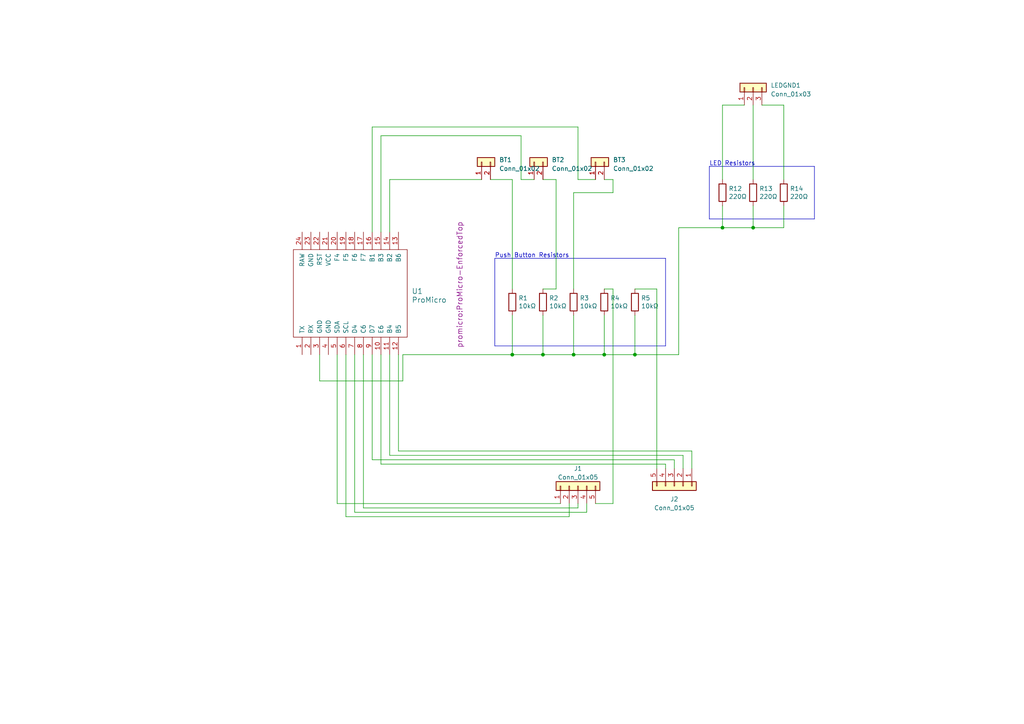
<source format=kicad_sch>
(kicad_sch (version 20230121) (generator eeschema)

  (uuid 07110c39-20bb-40e4-984a-ece79e545798)

  (paper "A4")

  (lib_symbols
    (symbol "Connector_Generic:Conn_01x02" (pin_names (offset 1.016) hide) (in_bom yes) (on_board yes)
      (property "Reference" "J" (at 0 2.54 0)
        (effects (font (size 1.27 1.27)))
      )
      (property "Value" "Conn_01x02" (at 0 -5.08 0)
        (effects (font (size 1.27 1.27)))
      )
      (property "Footprint" "" (at 0 0 0)
        (effects (font (size 1.27 1.27)) hide)
      )
      (property "Datasheet" "~" (at 0 0 0)
        (effects (font (size 1.27 1.27)) hide)
      )
      (property "ki_keywords" "connector" (at 0 0 0)
        (effects (font (size 1.27 1.27)) hide)
      )
      (property "ki_description" "Generic connector, single row, 01x02, script generated (kicad-library-utils/schlib/autogen/connector/)" (at 0 0 0)
        (effects (font (size 1.27 1.27)) hide)
      )
      (property "ki_fp_filters" "Connector*:*_1x??_*" (at 0 0 0)
        (effects (font (size 1.27 1.27)) hide)
      )
      (symbol "Conn_01x02_1_1"
        (rectangle (start -1.27 -2.413) (end 0 -2.667)
          (stroke (width 0.1524) (type default))
          (fill (type none))
        )
        (rectangle (start -1.27 0.127) (end 0 -0.127)
          (stroke (width 0.1524) (type default))
          (fill (type none))
        )
        (rectangle (start -1.27 1.27) (end 1.27 -3.81)
          (stroke (width 0.254) (type default))
          (fill (type background))
        )
        (pin passive line (at -5.08 0 0) (length 3.81)
          (name "Pin_1" (effects (font (size 1.27 1.27))))
          (number "1" (effects (font (size 1.27 1.27))))
        )
        (pin passive line (at -5.08 -2.54 0) (length 3.81)
          (name "Pin_2" (effects (font (size 1.27 1.27))))
          (number "2" (effects (font (size 1.27 1.27))))
        )
      )
    )
    (symbol "Connector_Generic:Conn_01x03" (pin_names (offset 1.016) hide) (in_bom yes) (on_board yes)
      (property "Reference" "J" (at 0 5.08 0)
        (effects (font (size 1.27 1.27)))
      )
      (property "Value" "Conn_01x03" (at 0 -5.08 0)
        (effects (font (size 1.27 1.27)))
      )
      (property "Footprint" "" (at 0 0 0)
        (effects (font (size 1.27 1.27)) hide)
      )
      (property "Datasheet" "~" (at 0 0 0)
        (effects (font (size 1.27 1.27)) hide)
      )
      (property "ki_keywords" "connector" (at 0 0 0)
        (effects (font (size 1.27 1.27)) hide)
      )
      (property "ki_description" "Generic connector, single row, 01x03, script generated (kicad-library-utils/schlib/autogen/connector/)" (at 0 0 0)
        (effects (font (size 1.27 1.27)) hide)
      )
      (property "ki_fp_filters" "Connector*:*_1x??_*" (at 0 0 0)
        (effects (font (size 1.27 1.27)) hide)
      )
      (symbol "Conn_01x03_1_1"
        (rectangle (start -1.27 -2.413) (end 0 -2.667)
          (stroke (width 0.1524) (type default))
          (fill (type none))
        )
        (rectangle (start -1.27 0.127) (end 0 -0.127)
          (stroke (width 0.1524) (type default))
          (fill (type none))
        )
        (rectangle (start -1.27 2.667) (end 0 2.413)
          (stroke (width 0.1524) (type default))
          (fill (type none))
        )
        (rectangle (start -1.27 3.81) (end 1.27 -3.81)
          (stroke (width 0.254) (type default))
          (fill (type background))
        )
        (pin passive line (at -5.08 2.54 0) (length 3.81)
          (name "Pin_1" (effects (font (size 1.27 1.27))))
          (number "1" (effects (font (size 1.27 1.27))))
        )
        (pin passive line (at -5.08 0 0) (length 3.81)
          (name "Pin_2" (effects (font (size 1.27 1.27))))
          (number "2" (effects (font (size 1.27 1.27))))
        )
        (pin passive line (at -5.08 -2.54 0) (length 3.81)
          (name "Pin_3" (effects (font (size 1.27 1.27))))
          (number "3" (effects (font (size 1.27 1.27))))
        )
      )
    )
    (symbol "Connector_Generic:Conn_01x05" (pin_names (offset 1.016) hide) (in_bom yes) (on_board yes)
      (property "Reference" "J" (at 0 7.62 0)
        (effects (font (size 1.27 1.27)))
      )
      (property "Value" "Conn_01x05" (at 0 -7.62 0)
        (effects (font (size 1.27 1.27)))
      )
      (property "Footprint" "" (at 0 0 0)
        (effects (font (size 1.27 1.27)) hide)
      )
      (property "Datasheet" "~" (at 0 0 0)
        (effects (font (size 1.27 1.27)) hide)
      )
      (property "ki_keywords" "connector" (at 0 0 0)
        (effects (font (size 1.27 1.27)) hide)
      )
      (property "ki_description" "Generic connector, single row, 01x05, script generated (kicad-library-utils/schlib/autogen/connector/)" (at 0 0 0)
        (effects (font (size 1.27 1.27)) hide)
      )
      (property "ki_fp_filters" "Connector*:*_1x??_*" (at 0 0 0)
        (effects (font (size 1.27 1.27)) hide)
      )
      (symbol "Conn_01x05_1_1"
        (rectangle (start -1.27 -4.953) (end 0 -5.207)
          (stroke (width 0.1524) (type default))
          (fill (type none))
        )
        (rectangle (start -1.27 -2.413) (end 0 -2.667)
          (stroke (width 0.1524) (type default))
          (fill (type none))
        )
        (rectangle (start -1.27 0.127) (end 0 -0.127)
          (stroke (width 0.1524) (type default))
          (fill (type none))
        )
        (rectangle (start -1.27 2.667) (end 0 2.413)
          (stroke (width 0.1524) (type default))
          (fill (type none))
        )
        (rectangle (start -1.27 5.207) (end 0 4.953)
          (stroke (width 0.1524) (type default))
          (fill (type none))
        )
        (rectangle (start -1.27 6.35) (end 1.27 -6.35)
          (stroke (width 0.254) (type default))
          (fill (type background))
        )
        (pin passive line (at -5.08 5.08 0) (length 3.81)
          (name "Pin_1" (effects (font (size 1.27 1.27))))
          (number "1" (effects (font (size 1.27 1.27))))
        )
        (pin passive line (at -5.08 2.54 0) (length 3.81)
          (name "Pin_2" (effects (font (size 1.27 1.27))))
          (number "2" (effects (font (size 1.27 1.27))))
        )
        (pin passive line (at -5.08 0 0) (length 3.81)
          (name "Pin_3" (effects (font (size 1.27 1.27))))
          (number "3" (effects (font (size 1.27 1.27))))
        )
        (pin passive line (at -5.08 -2.54 0) (length 3.81)
          (name "Pin_4" (effects (font (size 1.27 1.27))))
          (number "4" (effects (font (size 1.27 1.27))))
        )
        (pin passive line (at -5.08 -5.08 0) (length 3.81)
          (name "Pin_5" (effects (font (size 1.27 1.27))))
          (number "5" (effects (font (size 1.27 1.27))))
        )
      )
    )
    (symbol "Device:R" (pin_numbers hide) (pin_names (offset 0)) (in_bom yes) (on_board yes)
      (property "Reference" "R" (at 2.032 0 90)
        (effects (font (size 1.27 1.27)))
      )
      (property "Value" "R" (at 0 0 90)
        (effects (font (size 1.27 1.27)))
      )
      (property "Footprint" "" (at -1.778 0 90)
        (effects (font (size 1.27 1.27)) hide)
      )
      (property "Datasheet" "~" (at 0 0 0)
        (effects (font (size 1.27 1.27)) hide)
      )
      (property "ki_keywords" "R res resistor" (at 0 0 0)
        (effects (font (size 1.27 1.27)) hide)
      )
      (property "ki_description" "Resistor" (at 0 0 0)
        (effects (font (size 1.27 1.27)) hide)
      )
      (property "ki_fp_filters" "R_*" (at 0 0 0)
        (effects (font (size 1.27 1.27)) hide)
      )
      (symbol "R_0_1"
        (rectangle (start -1.016 -2.54) (end 1.016 2.54)
          (stroke (width 0.254) (type default))
          (fill (type none))
        )
      )
      (symbol "R_1_1"
        (pin passive line (at 0 3.81 270) (length 1.27)
          (name "~" (effects (font (size 1.27 1.27))))
          (number "1" (effects (font (size 1.27 1.27))))
        )
        (pin passive line (at 0 -3.81 90) (length 1.27)
          (name "~" (effects (font (size 1.27 1.27))))
          (number "2" (effects (font (size 1.27 1.27))))
        )
      )
    )
    (symbol "promicro:ProMicro" (pin_names (offset 1.016)) (in_bom yes) (on_board yes)
      (property "Reference" "U" (at 0 24.13 0)
        (effects (font (size 1.524 1.524)))
      )
      (property "Value" "ProMicro" (at 0 -13.97 0)
        (effects (font (size 1.524 1.524)))
      )
      (property "Footprint" "" (at 2.54 -26.67 0)
        (effects (font (size 1.524 1.524)))
      )
      (property "Datasheet" "" (at 2.54 -26.67 0)
        (effects (font (size 1.524 1.524)))
      )
      (symbol "ProMicro_0_1"
        (rectangle (start -12.7 21.59) (end 12.7 -11.43)
          (stroke (width 0) (type solid))
          (fill (type none))
        )
      )
      (symbol "ProMicro_1_1"
        (pin bidirectional line (at -17.78 19.05 0) (length 5.08)
          (name "TX" (effects (font (size 1.27 1.27))))
          (number "1" (effects (font (size 1.27 1.27))))
        )
        (pin bidirectional line (at -17.78 -3.81 0) (length 5.08)
          (name "E6" (effects (font (size 1.27 1.27))))
          (number "10" (effects (font (size 1.27 1.27))))
        )
        (pin bidirectional line (at -17.78 -6.35 0) (length 5.08)
          (name "B4" (effects (font (size 1.27 1.27))))
          (number "11" (effects (font (size 1.27 1.27))))
        )
        (pin bidirectional line (at -17.78 -8.89 0) (length 5.08)
          (name "B5" (effects (font (size 1.27 1.27))))
          (number "12" (effects (font (size 1.27 1.27))))
        )
        (pin bidirectional line (at 17.78 -8.89 180) (length 5.08)
          (name "B6" (effects (font (size 1.27 1.27))))
          (number "13" (effects (font (size 1.27 1.27))))
        )
        (pin bidirectional line (at 17.78 -6.35 180) (length 5.08)
          (name "B2" (effects (font (size 1.27 1.27))))
          (number "14" (effects (font (size 1.27 1.27))))
        )
        (pin bidirectional line (at 17.78 -3.81 180) (length 5.08)
          (name "B3" (effects (font (size 1.27 1.27))))
          (number "15" (effects (font (size 1.27 1.27))))
        )
        (pin bidirectional line (at 17.78 -1.27 180) (length 5.08)
          (name "B1" (effects (font (size 1.27 1.27))))
          (number "16" (effects (font (size 1.27 1.27))))
        )
        (pin bidirectional line (at 17.78 1.27 180) (length 5.08)
          (name "F7" (effects (font (size 1.27 1.27))))
          (number "17" (effects (font (size 1.27 1.27))))
        )
        (pin bidirectional line (at 17.78 3.81 180) (length 5.08)
          (name "F6" (effects (font (size 1.27 1.27))))
          (number "18" (effects (font (size 1.27 1.27))))
        )
        (pin bidirectional line (at 17.78 6.35 180) (length 5.08)
          (name "F5" (effects (font (size 1.27 1.27))))
          (number "19" (effects (font (size 1.27 1.27))))
        )
        (pin bidirectional line (at -17.78 16.51 0) (length 5.08)
          (name "RX" (effects (font (size 1.27 1.27))))
          (number "2" (effects (font (size 1.27 1.27))))
        )
        (pin bidirectional line (at 17.78 8.89 180) (length 5.08)
          (name "F4" (effects (font (size 1.27 1.27))))
          (number "20" (effects (font (size 1.27 1.27))))
        )
        (pin power_in line (at 17.78 11.43 180) (length 5.08)
          (name "VCC" (effects (font (size 1.27 1.27))))
          (number "21" (effects (font (size 1.27 1.27))))
        )
        (pin input line (at 17.78 13.97 180) (length 5.08)
          (name "RST" (effects (font (size 1.27 1.27))))
          (number "22" (effects (font (size 1.27 1.27))))
        )
        (pin power_in line (at 17.78 16.51 180) (length 5.08)
          (name "GND" (effects (font (size 1.27 1.27))))
          (number "23" (effects (font (size 1.27 1.27))))
        )
        (pin power_out line (at 17.78 19.05 180) (length 5.08)
          (name "RAW" (effects (font (size 1.27 1.27))))
          (number "24" (effects (font (size 1.27 1.27))))
        )
        (pin power_in line (at -17.78 13.97 0) (length 5.08)
          (name "GND" (effects (font (size 1.27 1.27))))
          (number "3" (effects (font (size 1.27 1.27))))
        )
        (pin power_in line (at -17.78 11.43 0) (length 5.08)
          (name "GND" (effects (font (size 1.27 1.27))))
          (number "4" (effects (font (size 1.27 1.27))))
        )
        (pin bidirectional line (at -17.78 8.89 0) (length 5.08)
          (name "SDA" (effects (font (size 1.27 1.27))))
          (number "5" (effects (font (size 1.27 1.27))))
        )
        (pin bidirectional line (at -17.78 6.35 0) (length 5.08)
          (name "SCL" (effects (font (size 1.27 1.27))))
          (number "6" (effects (font (size 1.27 1.27))))
        )
        (pin bidirectional line (at -17.78 3.81 0) (length 5.08)
          (name "D4" (effects (font (size 1.27 1.27))))
          (number "7" (effects (font (size 1.27 1.27))))
        )
        (pin bidirectional line (at -17.78 1.27 0) (length 5.08)
          (name "C6" (effects (font (size 1.27 1.27))))
          (number "8" (effects (font (size 1.27 1.27))))
        )
        (pin bidirectional line (at -17.78 -1.27 0) (length 5.08)
          (name "D7" (effects (font (size 1.27 1.27))))
          (number "9" (effects (font (size 1.27 1.27))))
        )
      )
    )
  )

  (junction (at 157.48 102.87) (diameter 0) (color 0 0 0 0)
    (uuid 20d6af2b-092b-4518-988c-d4e21da8c43a)
  )
  (junction (at 166.37 102.87) (diameter 0) (color 0 0 0 0)
    (uuid 3beb782e-35f5-4992-bb01-7399778d53ca)
  )
  (junction (at 148.59 102.87) (diameter 0) (color 0 0 0 0)
    (uuid 801ed9b5-8fe8-480b-ba4f-a0c11ac1d002)
  )
  (junction (at 184.15 102.87) (diameter 0) (color 0 0 0 0)
    (uuid cdab70b6-b48f-4b7b-bfcd-0eaa7ad260df)
  )
  (junction (at 209.55 66.04) (diameter 0) (color 0 0 0 0)
    (uuid ce7dfb27-71a7-4a30-85bc-94bbf8193733)
  )
  (junction (at 175.26 102.87) (diameter 0) (color 0 0 0 0)
    (uuid db2814e6-c212-42d3-a155-b2f8be9107f0)
  )
  (junction (at 218.44 66.04) (diameter 0) (color 0 0 0 0)
    (uuid eca2f3bb-ba35-4594-a38d-9eea10c289bd)
  )

  (wire (pts (xy 107.95 36.83) (xy 167.64 36.83))
    (stroke (width 0) (type default))
    (uuid 00776cad-dbe6-4713-a667-3e51ef776c19)
  )
  (wire (pts (xy 175.26 83.82) (xy 177.8 83.82))
    (stroke (width 0) (type default))
    (uuid 0399b2c2-6564-4dc8-a746-4b6594e4c5af)
  )
  (wire (pts (xy 105.41 102.87) (xy 105.41 147.32))
    (stroke (width 0) (type default))
    (uuid 0630530f-7cdd-421c-99a7-87de7c9c315a)
  )
  (wire (pts (xy 184.15 91.44) (xy 184.15 102.87))
    (stroke (width 0) (type default))
    (uuid 0b5dd7cd-6a07-44c6-a1c1-1cb4dcd95ff8)
  )
  (wire (pts (xy 157.48 52.07) (xy 161.29 52.07))
    (stroke (width 0) (type default))
    (uuid 0bade559-2440-4fca-8da8-14d8e75fb8e3)
  )
  (wire (pts (xy 166.37 55.88) (xy 166.37 83.82))
    (stroke (width 0) (type default))
    (uuid 10688a78-4d61-46ff-9f8d-b0db93a990a7)
  )
  (wire (pts (xy 177.8 55.88) (xy 166.37 55.88))
    (stroke (width 0) (type default))
    (uuid 11793d16-99e0-4115-9d79-26485a2d5948)
  )
  (wire (pts (xy 184.15 102.87) (xy 196.85 102.87))
    (stroke (width 0) (type default))
    (uuid 1239a261-fa86-4abe-9287-7c42f7998bee)
  )
  (wire (pts (xy 200.66 135.89) (xy 200.66 130.81))
    (stroke (width 0) (type default))
    (uuid 124a1010-f67e-4cb4-9430-5d9c000fe620)
  )
  (wire (pts (xy 148.59 91.44) (xy 148.59 102.87))
    (stroke (width 0) (type default))
    (uuid 153dd442-c8f4-4ac0-9d14-bd93f0e35845)
  )
  (wire (pts (xy 175.26 102.87) (xy 184.15 102.87))
    (stroke (width 0) (type default))
    (uuid 19f924c4-c716-41fb-9f00-d0e2b624a8cf)
  )
  (wire (pts (xy 110.49 39.37) (xy 151.13 39.37))
    (stroke (width 0) (type default))
    (uuid 1a5c0e0b-b3ca-49b8-8e0a-10adfc4ce530)
  )
  (wire (pts (xy 166.37 91.44) (xy 166.37 102.87))
    (stroke (width 0) (type default))
    (uuid 1bdcc008-c0a1-422d-879c-e7313540a511)
  )
  (polyline (pts (xy 236.22 48.26) (xy 205.74 48.26))
    (stroke (width 0) (type default))
    (uuid 1d392d08-fc3b-4997-9eeb-13511dfa66f4)
  )

  (wire (pts (xy 161.29 83.82) (xy 157.48 83.82))
    (stroke (width 0) (type default))
    (uuid 1e5d6c59-d0b8-4d40-b308-0e81603164eb)
  )
  (wire (pts (xy 177.8 52.07) (xy 177.8 55.88))
    (stroke (width 0) (type default))
    (uuid 20c574b1-e0ac-4275-96e4-6bb594b118dc)
  )
  (wire (pts (xy 167.64 147.32) (xy 105.41 147.32))
    (stroke (width 0) (type default))
    (uuid 27392649-2806-400e-ab2d-060105dcacba)
  )
  (wire (pts (xy 165.1 146.05) (xy 165.1 149.86))
    (stroke (width 0) (type default))
    (uuid 27c5b7a5-af77-44b4-a10b-d2aa0968e1b4)
  )
  (wire (pts (xy 165.1 149.86) (xy 100.33 149.86))
    (stroke (width 0) (type default))
    (uuid 2aae7305-6778-4c22-b25d-7d094f00a95b)
  )
  (wire (pts (xy 175.26 91.44) (xy 175.26 102.87))
    (stroke (width 0) (type default))
    (uuid 2feebbe9-dda6-49d1-8120-63410b7881ce)
  )
  (wire (pts (xy 218.44 59.69) (xy 218.44 66.04))
    (stroke (width 0) (type default))
    (uuid 3211dee0-d320-4c3f-8041-a98348d036dc)
  )
  (wire (pts (xy 161.29 52.07) (xy 161.29 83.82))
    (stroke (width 0) (type default))
    (uuid 32abe071-5644-4b73-95e5-f1549e6da007)
  )
  (polyline (pts (xy 205.74 48.26) (xy 205.74 63.5))
    (stroke (width 0) (type default))
    (uuid 3583529f-e392-46fa-bfeb-4ce959087b39)
  )

  (wire (pts (xy 170.18 146.05) (xy 170.18 148.59))
    (stroke (width 0) (type default))
    (uuid 394b664d-7aa5-4b77-9f42-482b9e377f21)
  )
  (polyline (pts (xy 193.04 100.33) (xy 193.04 74.93))
    (stroke (width 0) (type default))
    (uuid 3e5ea23f-8df7-4958-953b-0b4bbf1fb2f4)
  )

  (wire (pts (xy 175.26 52.07) (xy 177.8 52.07))
    (stroke (width 0) (type default))
    (uuid 40eec0e0-6548-4785-80bc-6fd97c2db81d)
  )
  (wire (pts (xy 148.59 52.07) (xy 148.59 83.82))
    (stroke (width 0) (type default))
    (uuid 4268445c-19ee-482d-be6e-e37bc8856ccb)
  )
  (polyline (pts (xy 143.51 74.93) (xy 193.04 74.93))
    (stroke (width 0) (type default))
    (uuid 466b703a-6d02-418e-b2f3-e9cd16205153)
  )

  (wire (pts (xy 190.5 83.82) (xy 190.5 135.89))
    (stroke (width 0) (type default))
    (uuid 476b17f5-cbec-4144-bdcf-ee7a89ea6320)
  )
  (wire (pts (xy 148.59 102.87) (xy 157.48 102.87))
    (stroke (width 0) (type default))
    (uuid 47847d6c-e9be-4609-b9cb-cbc39550f63b)
  )
  (wire (pts (xy 110.49 102.87) (xy 110.49 134.62))
    (stroke (width 0) (type default))
    (uuid 4881e88e-8e36-420f-9f4b-a2d48590666c)
  )
  (wire (pts (xy 193.04 135.89) (xy 193.04 134.62))
    (stroke (width 0) (type default))
    (uuid 4ada4a5c-6cec-4ef9-af44-7f4400a0c648)
  )
  (polyline (pts (xy 143.51 74.93) (xy 143.51 100.33))
    (stroke (width 0) (type default))
    (uuid 4d216ad8-aa2b-4aca-9371-3c66f54ad30c)
  )

  (wire (pts (xy 209.55 66.04) (xy 218.44 66.04))
    (stroke (width 0) (type default))
    (uuid 4ff0c3c4-74e5-45fb-9eba-00752f0f429d)
  )
  (wire (pts (xy 162.56 146.05) (xy 97.79 146.05))
    (stroke (width 0) (type default))
    (uuid 52efa4a9-4dd8-440b-bd6b-44e793000c8e)
  )
  (wire (pts (xy 157.48 91.44) (xy 157.48 102.87))
    (stroke (width 0) (type default))
    (uuid 567f2d92-6060-49f6-8564-a5582b3b6a3f)
  )
  (wire (pts (xy 157.48 102.87) (xy 166.37 102.87))
    (stroke (width 0) (type default))
    (uuid 5b5710c0-32fd-4d60-a422-947d6107c95c)
  )
  (wire (pts (xy 227.33 59.69) (xy 227.33 66.04))
    (stroke (width 0) (type default))
    (uuid 61b99fc0-df31-4c36-9108-e5960a44ea17)
  )
  (wire (pts (xy 113.03 102.87) (xy 113.03 132.08))
    (stroke (width 0) (type default))
    (uuid 624fd4f9-2101-4687-b769-0863672b1647)
  )
  (wire (pts (xy 102.87 102.87) (xy 102.87 148.59))
    (stroke (width 0) (type default))
    (uuid 6399a738-3258-48b4-9019-5a8c8a1d1e1c)
  )
  (wire (pts (xy 92.71 110.49) (xy 92.71 102.87))
    (stroke (width 0) (type default))
    (uuid 6cdc4283-1696-4a91-adf9-d6914b2979ad)
  )
  (wire (pts (xy 195.58 133.35) (xy 107.95 133.35))
    (stroke (width 0) (type default))
    (uuid 7089e1ac-ebed-4b59-a056-5b78ef38d8d2)
  )
  (wire (pts (xy 100.33 102.87) (xy 100.33 149.86))
    (stroke (width 0) (type default))
    (uuid 7285ad50-11da-48ba-b2fa-d1f81718667d)
  )
  (wire (pts (xy 148.59 102.87) (xy 116.84 102.87))
    (stroke (width 0) (type default))
    (uuid 778a6a93-0ab0-4c17-9567-c354802c7774)
  )
  (wire (pts (xy 151.13 39.37) (xy 151.13 52.07))
    (stroke (width 0) (type default))
    (uuid 79dda103-fcb3-4662-a55a-cde04ce3599a)
  )
  (wire (pts (xy 166.37 102.87) (xy 175.26 102.87))
    (stroke (width 0) (type default))
    (uuid 83cacc22-de15-4449-8960-6c9a8348327b)
  )
  (wire (pts (xy 200.66 130.81) (xy 115.57 130.81))
    (stroke (width 0) (type default))
    (uuid 846780a2-13f3-4f5f-9863-99f04a861c70)
  )
  (wire (pts (xy 115.57 130.81) (xy 115.57 102.87))
    (stroke (width 0) (type default))
    (uuid 85d33cf3-9281-4104-99f8-35abc8dc8cbd)
  )
  (wire (pts (xy 177.8 146.05) (xy 172.72 146.05))
    (stroke (width 0) (type default))
    (uuid 867122ed-61ea-4f5f-824e-4d0d5ac4154c)
  )
  (wire (pts (xy 196.85 102.87) (xy 196.85 66.04))
    (stroke (width 0) (type default))
    (uuid 908a8756-5c59-4fda-98ad-ba54c8b3cc16)
  )
  (wire (pts (xy 172.72 52.07) (xy 167.64 52.07))
    (stroke (width 0) (type default))
    (uuid 909c2313-3556-45e3-a7c0-62facbde5e45)
  )
  (wire (pts (xy 113.03 52.07) (xy 113.03 67.31))
    (stroke (width 0) (type default))
    (uuid 93a27f9f-187d-4606-83dc-ef9db97d372c)
  )
  (polyline (pts (xy 236.22 63.5) (xy 236.22 48.26))
    (stroke (width 0) (type default))
    (uuid 9c604275-f15e-4e13-8422-6c3588d0c4eb)
  )

  (wire (pts (xy 196.85 66.04) (xy 209.55 66.04))
    (stroke (width 0) (type default))
    (uuid 9c913085-7dc1-4676-a2fe-7b746f073c4d)
  )
  (wire (pts (xy 116.84 102.87) (xy 116.84 110.49))
    (stroke (width 0) (type default))
    (uuid a12c10c6-1a34-49dc-ac40-4f1690a19287)
  )
  (wire (pts (xy 167.64 146.05) (xy 167.64 147.32))
    (stroke (width 0) (type default))
    (uuid a20b02ba-1c69-424a-879f-dc80efd34f8e)
  )
  (wire (pts (xy 184.15 83.82) (xy 190.5 83.82))
    (stroke (width 0) (type default))
    (uuid a2dff131-6bb1-4e51-a130-2dd92b326372)
  )
  (wire (pts (xy 227.33 30.48) (xy 227.33 52.07))
    (stroke (width 0) (type default))
    (uuid a6603d4a-c2aa-4491-8aec-d093b03a0be5)
  )
  (wire (pts (xy 113.03 52.07) (xy 139.7 52.07))
    (stroke (width 0) (type default))
    (uuid a6d6cd97-fdc9-4b6a-ac1c-0d7841051928)
  )
  (wire (pts (xy 198.12 135.89) (xy 198.12 132.08))
    (stroke (width 0) (type default))
    (uuid a76fd060-ef78-4308-be05-f5cdda638e31)
  )
  (wire (pts (xy 107.95 102.87) (xy 107.95 133.35))
    (stroke (width 0) (type default))
    (uuid a97fcd97-97ef-4ac6-aaed-f347632c43f5)
  )
  (wire (pts (xy 218.44 66.04) (xy 227.33 66.04))
    (stroke (width 0) (type default))
    (uuid a9d3ea5e-6fdf-4dcf-acaf-da9537974894)
  )
  (wire (pts (xy 193.04 134.62) (xy 110.49 134.62))
    (stroke (width 0) (type default))
    (uuid ade2610d-4ffd-439e-b767-21236fb0f8a3)
  )
  (polyline (pts (xy 205.74 63.5) (xy 236.22 63.5))
    (stroke (width 0) (type default))
    (uuid aee28e92-f462-4359-a49c-f24d1671d947)
  )

  (wire (pts (xy 116.84 110.49) (xy 92.71 110.49))
    (stroke (width 0) (type default))
    (uuid afd54274-1aca-43c2-8667-bbb62fa1b4a6)
  )
  (wire (pts (xy 142.24 52.07) (xy 148.59 52.07))
    (stroke (width 0) (type default))
    (uuid afdc5c5f-b8cc-469e-8cf9-ae02953079b4)
  )
  (wire (pts (xy 195.58 135.89) (xy 195.58 133.35))
    (stroke (width 0) (type default))
    (uuid b498cbcf-9af4-4e7e-8902-48ed844fe535)
  )
  (wire (pts (xy 110.49 39.37) (xy 110.49 67.31))
    (stroke (width 0) (type default))
    (uuid bd713341-4320-43c7-acbb-68d78a916393)
  )
  (wire (pts (xy 209.55 30.48) (xy 215.9 30.48))
    (stroke (width 0) (type default))
    (uuid c5367983-c76e-4180-97df-7b8599f7b933)
  )
  (wire (pts (xy 209.55 30.48) (xy 209.55 52.07))
    (stroke (width 0) (type default))
    (uuid c8b05f76-c3c2-4f38-b579-0319e4bdfd22)
  )
  (wire (pts (xy 170.18 148.59) (xy 102.87 148.59))
    (stroke (width 0) (type default))
    (uuid ccb7838a-f620-4edb-b556-5305e4e1791f)
  )
  (wire (pts (xy 220.98 30.48) (xy 227.33 30.48))
    (stroke (width 0) (type default))
    (uuid cda4cd43-87c1-4f73-ae6c-0fd172d30f85)
  )
  (wire (pts (xy 198.12 132.08) (xy 113.03 132.08))
    (stroke (width 0) (type default))
    (uuid d00853ac-5705-4d3b-83ef-b406ff2a63e6)
  )
  (polyline (pts (xy 143.51 100.33) (xy 193.04 100.33))
    (stroke (width 0) (type default))
    (uuid d3086a75-fcbd-453c-a4fe-f7f686f46e1d)
  )

  (wire (pts (xy 209.55 59.69) (xy 209.55 66.04))
    (stroke (width 0) (type default))
    (uuid d51f707a-f589-4bcb-a04e-bf09fce7d607)
  )
  (wire (pts (xy 167.64 36.83) (xy 167.64 52.07))
    (stroke (width 0) (type default))
    (uuid d65c4fd9-9caf-402a-98a5-ed5d8ad67897)
  )
  (wire (pts (xy 107.95 36.83) (xy 107.95 67.31))
    (stroke (width 0) (type default))
    (uuid d7b87b7a-02b0-4b7c-a04c-acf62b110afe)
  )
  (wire (pts (xy 218.44 30.48) (xy 218.44 52.07))
    (stroke (width 0) (type default))
    (uuid d7c557bf-c35d-411f-a553-948314766582)
  )
  (wire (pts (xy 154.94 52.07) (xy 151.13 52.07))
    (stroke (width 0) (type default))
    (uuid e174fd11-d727-44f9-99ff-322beeba914f)
  )
  (wire (pts (xy 97.79 102.87) (xy 97.79 146.05))
    (stroke (width 0) (type default))
    (uuid ea381c86-61ac-4492-b183-d5ec5798c9d9)
  )
  (wire (pts (xy 177.8 83.82) (xy 177.8 146.05))
    (stroke (width 0) (type default))
    (uuid ea40272a-ae68-4cb2-8d81-18d073ebd463)
  )

  (text "LED Resistors" (at 205.74 48.26 0)
    (effects (font (size 1.27 1.27)) (justify left bottom))
    (uuid 845e1555-04b0-4b67-afb3-10676c456f18)
  )
  (text "Push Button Resistors" (at 143.51 74.93 0)
    (effects (font (size 1.27 1.27)) (justify left bottom))
    (uuid edea0f9f-0b7a-4157-940f-e18ae78f6e40)
  )

  (symbol (lib_id "Device:R") (at 148.59 87.63 0) (unit 1)
    (in_bom yes) (on_board yes) (dnp no)
    (uuid 00000000-0000-0000-0000-0000614d7fb4)
    (property "Reference" "R1" (at 150.368 86.4616 0)
      (effects (font (size 1.27 1.27)) (justify left))
    )
    (property "Value" "10kΩ" (at 150.368 88.773 0)
      (effects (font (size 1.27 1.27)) (justify left))
    )
    (property "Footprint" "Resistor_SMD:R_1206_3216Metric" (at 146.812 87.63 90)
      (effects (font (size 1.27 1.27)) hide)
    )
    (property "Datasheet" "~" (at 148.59 87.63 0)
      (effects (font (size 1.27 1.27)) hide)
    )
    (pin "1" (uuid be7cbaa2-4133-42ad-8ab5-5eaa9836b10d))
    (pin "2" (uuid 3662d829-bd73-4151-8d82-7cfb31021e49))
    (instances
      (project "Groove Coaster"
        (path "/07110c39-20bb-40e4-984a-ece79e545798"
          (reference "R1") (unit 1)
        )
      )
    )
  )

  (symbol (lib_id "Device:R") (at 157.48 87.63 0) (unit 1)
    (in_bom yes) (on_board yes) (dnp no)
    (uuid 00000000-0000-0000-0000-0000614d9437)
    (property "Reference" "R2" (at 159.258 86.4616 0)
      (effects (font (size 1.27 1.27)) (justify left))
    )
    (property "Value" "10kΩ" (at 159.258 88.773 0)
      (effects (font (size 1.27 1.27)) (justify left))
    )
    (property "Footprint" "Resistor_SMD:R_1206_3216Metric" (at 155.702 87.63 90)
      (effects (font (size 1.27 1.27)) hide)
    )
    (property "Datasheet" "~" (at 157.48 87.63 0)
      (effects (font (size 1.27 1.27)) hide)
    )
    (pin "1" (uuid a2faf443-1550-41cd-9c75-946bf76fa086))
    (pin "2" (uuid a304b95a-3125-462d-b417-ab502ca7f507))
    (instances
      (project "Groove Coaster"
        (path "/07110c39-20bb-40e4-984a-ece79e545798"
          (reference "R2") (unit 1)
        )
      )
    )
  )

  (symbol (lib_id "Device:R") (at 166.37 87.63 0) (unit 1)
    (in_bom yes) (on_board yes) (dnp no)
    (uuid 00000000-0000-0000-0000-0000614d993e)
    (property "Reference" "R3" (at 168.148 86.4616 0)
      (effects (font (size 1.27 1.27)) (justify left))
    )
    (property "Value" "10kΩ" (at 168.148 88.773 0)
      (effects (font (size 1.27 1.27)) (justify left))
    )
    (property "Footprint" "Resistor_SMD:R_1206_3216Metric" (at 164.592 87.63 90)
      (effects (font (size 1.27 1.27)) hide)
    )
    (property "Datasheet" "~" (at 166.37 87.63 0)
      (effects (font (size 1.27 1.27)) hide)
    )
    (pin "1" (uuid 7b088a5b-1821-4cfe-b412-e40b947e6518))
    (pin "2" (uuid e2323717-d589-479c-8e97-1b814ee4c4c0))
    (instances
      (project "Groove Coaster"
        (path "/07110c39-20bb-40e4-984a-ece79e545798"
          (reference "R3") (unit 1)
        )
      )
    )
  )

  (symbol (lib_id "Device:R") (at 175.26 87.63 0) (unit 1)
    (in_bom yes) (on_board yes) (dnp no)
    (uuid 00000000-0000-0000-0000-0000614d9ba2)
    (property "Reference" "R4" (at 177.038 86.4616 0)
      (effects (font (size 1.27 1.27)) (justify left))
    )
    (property "Value" "10kΩ" (at 177.038 88.773 0)
      (effects (font (size 1.27 1.27)) (justify left))
    )
    (property "Footprint" "Resistor_SMD:R_1206_3216Metric" (at 173.482 87.63 90)
      (effects (font (size 1.27 1.27)) hide)
    )
    (property "Datasheet" "~" (at 175.26 87.63 0)
      (effects (font (size 1.27 1.27)) hide)
    )
    (pin "1" (uuid ab12f27f-71ba-4ee5-be83-07c033da6915))
    (pin "2" (uuid b9a8164a-766a-4297-804a-907a359d0592))
    (instances
      (project "Groove Coaster"
        (path "/07110c39-20bb-40e4-984a-ece79e545798"
          (reference "R4") (unit 1)
        )
      )
    )
  )

  (symbol (lib_id "Device:R") (at 184.15 87.63 0) (unit 1)
    (in_bom yes) (on_board yes) (dnp no)
    (uuid 00000000-0000-0000-0000-0000614d9ea5)
    (property "Reference" "R5" (at 185.928 86.4616 0)
      (effects (font (size 1.27 1.27)) (justify left))
    )
    (property "Value" "10kΩ" (at 185.928 88.773 0)
      (effects (font (size 1.27 1.27)) (justify left))
    )
    (property "Footprint" "Resistor_SMD:R_1206_3216Metric" (at 182.372 87.63 90)
      (effects (font (size 1.27 1.27)) hide)
    )
    (property "Datasheet" "~" (at 184.15 87.63 0)
      (effects (font (size 1.27 1.27)) hide)
    )
    (pin "1" (uuid 26195368-adec-4a27-9599-3839f50ffe14))
    (pin "2" (uuid 8db24cac-536b-4336-ac54-e3439bf34a3f))
    (instances
      (project "Groove Coaster"
        (path "/07110c39-20bb-40e4-984a-ece79e545798"
          (reference "R5") (unit 1)
        )
      )
    )
  )

  (symbol (lib_id "Device:R") (at 209.55 55.88 0) (unit 1)
    (in_bom yes) (on_board yes) (dnp no)
    (uuid 00000000-0000-0000-0000-0000614e15a9)
    (property "Reference" "R12" (at 211.328 54.7116 0)
      (effects (font (size 1.27 1.27)) (justify left))
    )
    (property "Value" "220Ω" (at 211.328 57.023 0)
      (effects (font (size 1.27 1.27)) (justify left))
    )
    (property "Footprint" "Resistor_SMD:R_1206_3216Metric" (at 207.772 55.88 90)
      (effects (font (size 1.27 1.27)) hide)
    )
    (property "Datasheet" "~" (at 209.55 55.88 0)
      (effects (font (size 1.27 1.27)) hide)
    )
    (pin "1" (uuid 03c9af55-5b78-4329-b9b2-a074ed3545d8))
    (pin "2" (uuid b83dc899-e9a4-4585-84db-4198c7c068be))
    (instances
      (project "Groove Coaster"
        (path "/07110c39-20bb-40e4-984a-ece79e545798"
          (reference "R12") (unit 1)
        )
      )
    )
  )

  (symbol (lib_id "Device:R") (at 218.44 55.88 0) (unit 1)
    (in_bom yes) (on_board yes) (dnp no)
    (uuid 00000000-0000-0000-0000-0000614e29b9)
    (property "Reference" "R13" (at 220.218 54.7116 0)
      (effects (font (size 1.27 1.27)) (justify left))
    )
    (property "Value" "220Ω" (at 220.218 57.023 0)
      (effects (font (size 1.27 1.27)) (justify left))
    )
    (property "Footprint" "Resistor_SMD:R_1206_3216Metric" (at 216.662 55.88 90)
      (effects (font (size 1.27 1.27)) hide)
    )
    (property "Datasheet" "~" (at 218.44 55.88 0)
      (effects (font (size 1.27 1.27)) hide)
    )
    (pin "1" (uuid 486bce5c-c129-455d-8e92-13536b18d55c))
    (pin "2" (uuid b0cd6739-d392-4464-9851-858943b1439a))
    (instances
      (project "Groove Coaster"
        (path "/07110c39-20bb-40e4-984a-ece79e545798"
          (reference "R13") (unit 1)
        )
      )
    )
  )

  (symbol (lib_id "Device:R") (at 227.33 55.88 0) (unit 1)
    (in_bom yes) (on_board yes) (dnp no)
    (uuid 00000000-0000-0000-0000-0000614e2c91)
    (property "Reference" "R14" (at 229.108 54.7116 0)
      (effects (font (size 1.27 1.27)) (justify left))
    )
    (property "Value" "220Ω" (at 229.108 57.023 0)
      (effects (font (size 1.27 1.27)) (justify left))
    )
    (property "Footprint" "Resistor_SMD:R_1206_3216Metric" (at 225.552 55.88 90)
      (effects (font (size 1.27 1.27)) hide)
    )
    (property "Datasheet" "~" (at 227.33 55.88 0)
      (effects (font (size 1.27 1.27)) hide)
    )
    (pin "1" (uuid 729d8fd8-0c01-409c-93c3-8341cda684ad))
    (pin "2" (uuid e496909d-7e5f-4f06-af87-56139890f44e))
    (instances
      (project "Groove Coaster"
        (path "/07110c39-20bb-40e4-984a-ece79e545798"
          (reference "R14") (unit 1)
        )
      )
    )
  )

  (symbol (lib_id "Connector_Generic:Conn_01x02") (at 154.94 46.99 90) (unit 1)
    (in_bom yes) (on_board yes) (dnp no) (fields_autoplaced)
    (uuid 129929ae-c2ab-4d58-b677-ea525b667432)
    (property "Reference" "BT2" (at 160.02 46.355 90)
      (effects (font (size 1.27 1.27)) (justify right))
    )
    (property "Value" "Conn_01x02" (at 160.02 48.895 90)
      (effects (font (size 1.27 1.27)) (justify right))
    )
    (property "Footprint" "Connector_JST:JST_XH_B2B-XH-A_1x02_P2.50mm_Vertical" (at 154.94 46.99 0)
      (effects (font (size 1.27 1.27)) hide)
    )
    (property "Datasheet" "~" (at 154.94 46.99 0)
      (effects (font (size 1.27 1.27)) hide)
    )
    (pin "1" (uuid 21262d0c-5e94-4a74-8e85-42c2c7ff316b))
    (pin "2" (uuid 59ae4cea-aac3-4850-a56e-6fcc5c528ec5))
    (instances
      (project "Groove Coaster"
        (path "/07110c39-20bb-40e4-984a-ece79e545798"
          (reference "BT2") (unit 1)
        )
      )
    )
  )

  (symbol (lib_id "Connector_Generic:Conn_01x05") (at 167.64 140.97 90) (unit 1)
    (in_bom yes) (on_board yes) (dnp no) (fields_autoplaced)
    (uuid 4aa518ae-43ea-493b-a814-3082ad88955d)
    (property "Reference" "J1" (at 167.64 135.89 90)
      (effects (font (size 1.27 1.27)))
    )
    (property "Value" "Conn_01x05" (at 167.64 138.43 90)
      (effects (font (size 1.27 1.27)))
    )
    (property "Footprint" "Connector_JST:JST_XH_B5B-XH-AM_1x05_P2.50mm_Vertical" (at 167.64 140.97 0)
      (effects (font (size 1.27 1.27)) hide)
    )
    (property "Datasheet" "~" (at 167.64 140.97 0)
      (effects (font (size 1.27 1.27)) hide)
    )
    (pin "1" (uuid bebf83a8-f2ad-46ea-a010-0c1ba036b718))
    (pin "2" (uuid 179da809-6129-42e0-9225-ed0945959b29))
    (pin "3" (uuid 8fbad342-d6df-4440-ad06-6684275e222b))
    (pin "4" (uuid 3c34c682-142d-4f92-98d0-d473ccb1f442))
    (pin "5" (uuid 2e3bf619-459f-45ca-8338-d1dd093cb1f5))
    (instances
      (project "Groove Coaster"
        (path "/07110c39-20bb-40e4-984a-ece79e545798"
          (reference "J1") (unit 1)
        )
      )
    )
  )

  (symbol (lib_id "Connector_Generic:Conn_01x03") (at 218.44 25.4 90) (unit 1)
    (in_bom yes) (on_board yes) (dnp no) (fields_autoplaced)
    (uuid 4ba331e0-2202-445a-b467-45fc7ca30adb)
    (property "Reference" "LEDGND1" (at 223.52 24.765 90)
      (effects (font (size 1.27 1.27)) (justify right))
    )
    (property "Value" "Conn_01x03" (at 223.52 27.305 90)
      (effects (font (size 1.27 1.27)) (justify right))
    )
    (property "Footprint" "Connector_JST:JST_XH_B3B-XH-A_1x03_P2.50mm_Vertical" (at 218.44 25.4 0)
      (effects (font (size 1.27 1.27)) hide)
    )
    (property "Datasheet" "~" (at 218.44 25.4 0)
      (effects (font (size 1.27 1.27)) hide)
    )
    (pin "1" (uuid be8387c7-a0af-4a29-b43e-9e973cfbb4bb))
    (pin "2" (uuid 224c014e-38c9-4446-a4de-1237babe1d5e))
    (pin "3" (uuid f725cc29-4d5d-4ac5-8e85-088f7eaa07f1))
    (instances
      (project "Groove Coaster"
        (path "/07110c39-20bb-40e4-984a-ece79e545798"
          (reference "LEDGND1") (unit 1)
        )
      )
    )
  )

  (symbol (lib_id "promicro:ProMicro") (at 106.68 85.09 90) (unit 1)
    (in_bom yes) (on_board yes) (dnp no) (fields_autoplaced)
    (uuid 5d375981-70f5-4cdf-91ae-44c56abe0854)
    (property "Reference" "U1" (at 119.38 84.455 90)
      (effects (font (size 1.524 1.524)) (justify right))
    )
    (property "Value" "ProMicro" (at 119.38 86.995 90)
      (effects (font (size 1.524 1.524)) (justify right))
    )
    (property "Footprint" "promicro:ProMicro-EnforcedTop" (at 133.35 82.55 0)
      (effects (font (size 1.524 1.524)))
    )
    (property "Datasheet" "" (at 133.35 82.55 0)
      (effects (font (size 1.524 1.524)))
    )
    (pin "1" (uuid c08ed9b8-bf4d-4aee-82ae-7cfd6fe1a8fd))
    (pin "10" (uuid 814832a3-55d8-4a61-8bc9-6668b1f7113d))
    (pin "11" (uuid 47cac741-29b9-4c96-9ca6-859dff6fd775))
    (pin "12" (uuid d1faa1ab-f15a-4a2d-9c9f-60e70ca7592d))
    (pin "13" (uuid 0c179029-e763-4ba6-83ca-9fe02ca72210))
    (pin "14" (uuid e154cdc1-9d15-4ae0-b3d7-2c70f0a2907d))
    (pin "15" (uuid 3fe75e26-92d6-4e7a-9664-d9b093de564d))
    (pin "16" (uuid 66783885-2a00-4209-b8e1-e8ce8a590357))
    (pin "17" (uuid c5dd4779-8fd6-426d-86ae-6af92d2fd2b9))
    (pin "18" (uuid 9efeb3d8-18e3-4834-a2e5-76239a1cb6a9))
    (pin "19" (uuid 88ebd97d-91aa-4e80-9cfe-d2683211a826))
    (pin "2" (uuid 7ef2dee7-dade-4d75-be36-d4450a9fa865))
    (pin "20" (uuid e1634a42-9a90-400d-b1f8-c2f24b74e07f))
    (pin "21" (uuid f80bf918-fbd2-4ff5-9ba8-307d413e49b3))
    (pin "22" (uuid 0979e9ad-5c17-44ba-9c81-62f116428af8))
    (pin "23" (uuid a11845ff-c6c8-404b-9bde-260da693265e))
    (pin "24" (uuid 62230122-f129-4b9e-a023-d520ce09af69))
    (pin "3" (uuid 8fa4af4a-3878-43f2-87ff-b2a81a771aaf))
    (pin "4" (uuid f879fa9a-b733-465b-928c-2764a20e8725))
    (pin "5" (uuid b3f5bbcf-3625-43eb-a0e9-390be5173179))
    (pin "6" (uuid 5dcb5d93-58e8-4dc6-b015-2c70e0414f56))
    (pin "7" (uuid fb2917ae-5055-4565-8035-d02210db5bc6))
    (pin "8" (uuid 11a9b796-6e3e-4487-9953-a4e1a0d6a081))
    (pin "9" (uuid 33d1fc6b-36ae-4bb2-bf9a-1ad48da4f255))
    (instances
      (project "Groove Coaster"
        (path "/07110c39-20bb-40e4-984a-ece79e545798"
          (reference "U1") (unit 1)
        )
      )
    )
  )

  (symbol (lib_id "Connector_Generic:Conn_01x02") (at 172.72 46.99 90) (unit 1)
    (in_bom yes) (on_board yes) (dnp no) (fields_autoplaced)
    (uuid 8f77a72a-58b7-4524-b6f8-3eadac7a6c41)
    (property "Reference" "BT3" (at 177.8 46.355 90)
      (effects (font (size 1.27 1.27)) (justify right))
    )
    (property "Value" "Conn_01x02" (at 177.8 48.895 90)
      (effects (font (size 1.27 1.27)) (justify right))
    )
    (property "Footprint" "Connector_JST:JST_XH_B2B-XH-A_1x02_P2.50mm_Vertical" (at 172.72 46.99 0)
      (effects (font (size 1.27 1.27)) hide)
    )
    (property "Datasheet" "~" (at 172.72 46.99 0)
      (effects (font (size 1.27 1.27)) hide)
    )
    (pin "1" (uuid 94c86163-d272-4d87-9ac9-c848a7cd0ee3))
    (pin "2" (uuid 3a0de090-e1a7-4335-91c8-c9001fc5935d))
    (instances
      (project "Groove Coaster"
        (path "/07110c39-20bb-40e4-984a-ece79e545798"
          (reference "BT3") (unit 1)
        )
      )
    )
  )

  (symbol (lib_id "Connector_Generic:Conn_01x02") (at 139.7 46.99 90) (unit 1)
    (in_bom yes) (on_board yes) (dnp no) (fields_autoplaced)
    (uuid a3a943ff-3fff-4d66-877d-e0a58e95fbad)
    (property "Reference" "BT1" (at 144.78 46.355 90)
      (effects (font (size 1.27 1.27)) (justify right))
    )
    (property "Value" "Conn_01x02" (at 144.78 48.895 90)
      (effects (font (size 1.27 1.27)) (justify right))
    )
    (property "Footprint" "Connector_JST:JST_XH_B2B-XH-A_1x02_P2.50mm_Vertical" (at 139.7 46.99 0)
      (effects (font (size 1.27 1.27)) hide)
    )
    (property "Datasheet" "~" (at 139.7 46.99 0)
      (effects (font (size 1.27 1.27)) hide)
    )
    (pin "1" (uuid 556eb86b-54d6-4c17-9bf1-de7a777ea32d))
    (pin "2" (uuid c7e65bf4-5841-49c5-9d90-ed35263a8b6e))
    (instances
      (project "Groove Coaster"
        (path "/07110c39-20bb-40e4-984a-ece79e545798"
          (reference "BT1") (unit 1)
        )
      )
    )
  )

  (symbol (lib_id "Connector_Generic:Conn_01x05") (at 195.58 140.97 270) (unit 1)
    (in_bom yes) (on_board yes) (dnp no) (fields_autoplaced)
    (uuid c53c958d-5bba-4e50-9e1d-07ba929ce50b)
    (property "Reference" "J2" (at 195.58 144.78 90)
      (effects (font (size 1.27 1.27)))
    )
    (property "Value" "Conn_01x05" (at 195.58 147.32 90)
      (effects (font (size 1.27 1.27)))
    )
    (property "Footprint" "Connector_JST:JST_XH_B5B-XH-AM_1x05_P2.50mm_Vertical" (at 195.58 140.97 0)
      (effects (font (size 1.27 1.27)) hide)
    )
    (property "Datasheet" "~" (at 195.58 140.97 0)
      (effects (font (size 1.27 1.27)) hide)
    )
    (pin "1" (uuid 53ba8781-6d1d-4891-8c40-e92dfd47b1a3))
    (pin "2" (uuid ab991a77-27b3-4df0-9271-b3e074268ecd))
    (pin "3" (uuid 1c158054-667f-4de8-a1a0-3707155f61eb))
    (pin "4" (uuid a4a291ea-32e7-42f9-bd7f-9c98bc5824af))
    (pin "5" (uuid 247d6cf6-5a5b-4e30-ba03-bad2c3d434c4))
    (instances
      (project "Groove Coaster"
        (path "/07110c39-20bb-40e4-984a-ece79e545798"
          (reference "J2") (unit 1)
        )
      )
    )
  )

  (sheet_instances
    (path "/" (page "1"))
  )
)

</source>
